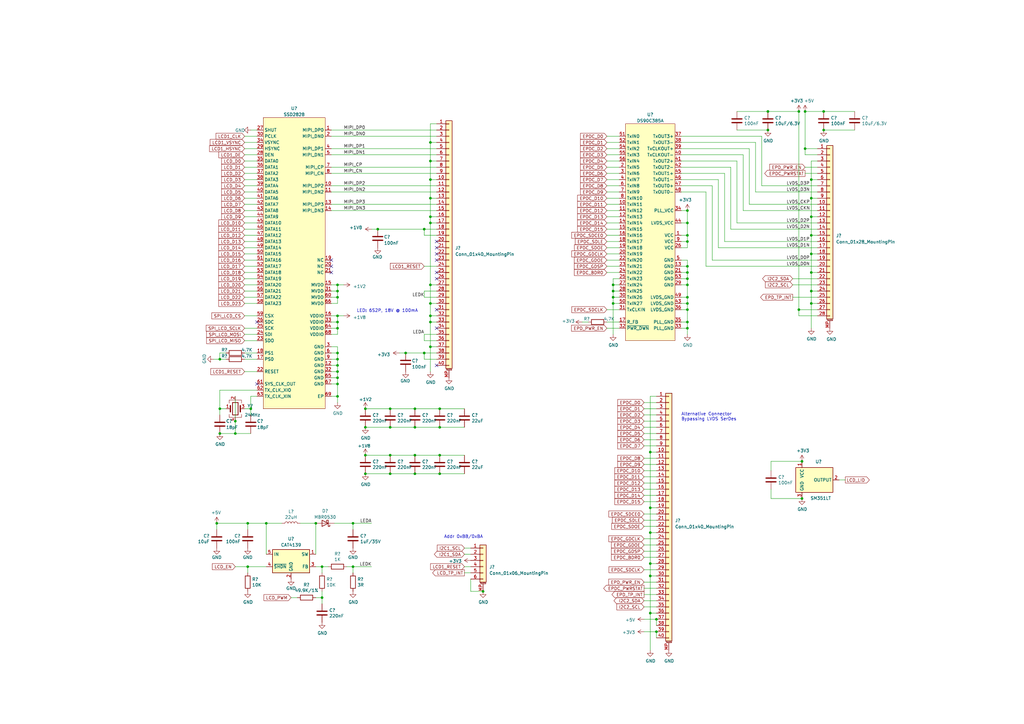
<source format=kicad_sch>
(kicad_sch (version 20210406) (generator eeschema)
  (paper "A3")
  (title_block (title "Archer") (date "2021-04-26") (rev "R0.1 draft") (company "Copyright EI-2030 2021.") (comment 2 "MERCHANTABILITY, SATISFACTORY QUALITY AND FITNESS FOR A PARTICULAR PURPOSE.") (comment 3 "source is distributed WITHOUT ANY EXPRESS OR IMPLIED WARRANTY, INCLUDING OF") (comment 4 "This source describes Open Hardware and is licensed under the CERN-OHL-S v2. This "))
  (junction (at 88.9 214.63) (diameter 0.9144))
  (junction (at 90.17 147.32) (diameter 0.9144))
  (junction (at 90.17 167.64) (diameter 0.9144))
  (junction (at 90.17 177.8) (diameter 0.9144))
  (junction (at 96.52 172.72) (diameter 0.9144))
  (junction (at 96.52 177.8) (diameter 0.9144))
  (junction (at 101.6 214.63) (diameter 0.9144))
  (junction (at 101.6 232.41) (diameter 0.9144))
  (junction (at 102.87 167.64) (diameter 0.9144))
  (junction (at 109.22 214.63) (diameter 0.9144))
  (junction (at 129.54 214.63) (diameter 0.9144))
  (junction (at 132.08 232.41) (diameter 0.9144))
  (junction (at 132.08 245.11) (diameter 0.9144))
  (junction (at 138.43 116.84) (diameter 0.9144))
  (junction (at 138.43 119.38) (diameter 0.9144))
  (junction (at 138.43 121.92) (diameter 0.9144))
  (junction (at 138.43 129.54) (diameter 0.9144))
  (junction (at 138.43 132.08) (diameter 0.9144))
  (junction (at 138.43 134.62) (diameter 0.9144))
  (junction (at 138.43 144.78) (diameter 0.9144))
  (junction (at 138.43 147.32) (diameter 0.9144))
  (junction (at 138.43 149.86) (diameter 0.9144))
  (junction (at 138.43 152.4) (diameter 0.9144))
  (junction (at 138.43 154.94) (diameter 0.9144))
  (junction (at 138.43 157.48) (diameter 0.9144))
  (junction (at 138.43 162.56) (diameter 0.9144))
  (junction (at 144.78 214.63) (diameter 0.9144))
  (junction (at 144.78 232.41) (diameter 0.9144))
  (junction (at 149.86 167.64) (diameter 0.9144))
  (junction (at 149.86 175.26) (diameter 0.9144))
  (junction (at 149.86 186.69) (diameter 0.9144))
  (junction (at 149.86 194.31) (diameter 0.9144))
  (junction (at 154.94 93.98) (diameter 0.9144))
  (junction (at 160.02 167.64) (diameter 0.9144))
  (junction (at 160.02 175.26) (diameter 0.9144))
  (junction (at 160.02 186.69) (diameter 0.9144))
  (junction (at 160.02 194.31) (diameter 0.9144))
  (junction (at 166.37 144.78) (diameter 0.9144))
  (junction (at 170.18 167.64) (diameter 0.9144))
  (junction (at 170.18 175.26) (diameter 0.9144))
  (junction (at 170.18 186.69) (diameter 0.9144))
  (junction (at 170.18 194.31) (diameter 0.9144))
  (junction (at 173.99 93.98) (diameter 0.9144))
  (junction (at 173.99 144.78) (diameter 0.9144))
  (junction (at 176.53 58.42) (diameter 0.9144))
  (junction (at 176.53 66.04) (diameter 0.9144))
  (junction (at 176.53 73.66) (diameter 0.9144))
  (junction (at 176.53 81.28) (diameter 0.9144))
  (junction (at 176.53 88.9) (diameter 0.9144))
  (junction (at 176.53 91.44) (diameter 0.9144))
  (junction (at 176.53 116.84) (diameter 0.9144))
  (junction (at 176.53 124.46) (diameter 0.9144))
  (junction (at 176.53 129.54) (diameter 0.9144))
  (junction (at 176.53 132.08) (diameter 0.9144))
  (junction (at 176.53 142.24) (diameter 0.9144))
  (junction (at 180.34 167.64) (diameter 0.9144))
  (junction (at 180.34 175.26) (diameter 0.9144))
  (junction (at 180.34 186.69) (diameter 0.9144))
  (junction (at 180.34 194.31) (diameter 0.9144))
  (junction (at 198.12 242.57) (diameter 0.9144))
  (junction (at 251.46 116.84) (diameter 0.9144))
  (junction (at 251.46 119.38) (diameter 0.9144))
  (junction (at 251.46 121.92) (diameter 0.9144))
  (junction (at 251.46 124.46) (diameter 0.9144))
  (junction (at 266.7 185.42) (diameter 0.9144))
  (junction (at 266.7 208.28) (diameter 0.9144))
  (junction (at 266.7 218.44) (diameter 0.9144))
  (junction (at 266.7 231.14) (diameter 0.9144))
  (junction (at 266.7 236.22) (diameter 0.9144))
  (junction (at 266.7 251.46) (diameter 0.9144))
  (junction (at 269.24 254) (diameter 0.9144))
  (junction (at 269.24 259.08) (diameter 0.9144))
  (junction (at 281.94 86.36) (diameter 0.9144))
  (junction (at 281.94 91.44) (diameter 0.9144))
  (junction (at 281.94 96.52) (diameter 0.9144))
  (junction (at 281.94 99.06) (diameter 0.9144))
  (junction (at 281.94 109.22) (diameter 0.9144))
  (junction (at 281.94 111.76) (diameter 0.9144))
  (junction (at 281.94 114.3) (diameter 0.9144))
  (junction (at 281.94 116.84) (diameter 0.9144))
  (junction (at 281.94 121.92) (diameter 0.9144))
  (junction (at 281.94 124.46) (diameter 0.9144))
  (junction (at 281.94 127) (diameter 0.9144))
  (junction (at 281.94 132.08) (diameter 0.9144))
  (junction (at 281.94 134.62) (diameter 0.9144))
  (junction (at 314.96 45.72) (diameter 0.9144))
  (junction (at 314.96 53.34) (diameter 0.9144))
  (junction (at 327.66 45.72) (diameter 0.9144))
  (junction (at 327.66 127) (diameter 0.9144))
  (junction (at 328.93 189.23) (diameter 0.9144))
  (junction (at 328.93 204.47) (diameter 0.9144))
  (junction (at 330.2 45.72) (diameter 0.9144))
  (junction (at 330.2 60.96) (diameter 0.9144))
  (junction (at 332.74 73.66) (diameter 0.9144))
  (junction (at 332.74 81.28) (diameter 0.9144))
  (junction (at 332.74 88.9) (diameter 0.9144))
  (junction (at 332.74 96.52) (diameter 0.9144))
  (junction (at 332.74 104.14) (diameter 0.9144))
  (junction (at 332.74 111.76) (diameter 0.9144))
  (junction (at 332.74 119.38) (diameter 0.9144))
  (junction (at 332.74 124.46) (diameter 0.9144))
  (junction (at 337.82 45.72) (diameter 0.9144))
  (junction (at 337.82 53.34) (diameter 0.9144))
  (no_connect (at 105.41 132.08))
  (no_connect (at 105.41 157.48))
  (no_connect (at 135.89 106.68))
  (no_connect (at 135.89 109.22))
  (no_connect (at 135.89 111.76))
  (no_connect (at 179.07 99.06))
  (no_connect (at 179.07 101.6))
  (no_connect (at 179.07 104.14))
  (no_connect (at 179.07 106.68))
  (no_connect (at 179.07 111.76))
  (no_connect (at 179.07 114.3))
  (no_connect (at 179.07 127))
  (no_connect (at 179.07 134.62))
  (no_connect (at 179.07 149.86))
  (wire (pts (xy 87.63 147.32) (xy 90.17 147.32)))
  (wire (pts (xy 88.9 214.63) (xy 101.6 214.63)))
  (wire (pts (xy 88.9 217.17) (xy 88.9 214.63)))
  (wire (pts (xy 90.17 144.78) (xy 90.17 147.32)))
  (wire (pts (xy 90.17 147.32) (xy 92.71 147.32)))
  (wire (pts (xy 90.17 160.02) (xy 90.17 167.64)))
  (wire (pts (xy 90.17 167.64) (xy 92.71 167.64)))
  (wire (pts (xy 90.17 170.18) (xy 90.17 167.64)))
  (wire (pts (xy 90.17 177.8) (xy 96.52 177.8)))
  (wire (pts (xy 92.71 144.78) (xy 90.17 144.78)))
  (wire (pts (xy 96.52 162.56) (xy 96.52 172.72)))
  (wire (pts (xy 96.52 172.72) (xy 96.52 177.8)))
  (wire (pts (xy 96.52 177.8) (xy 102.87 177.8)))
  (wire (pts (xy 100.33 55.88) (xy 105.41 55.88)))
  (wire (pts (xy 100.33 58.42) (xy 105.41 58.42)))
  (wire (pts (xy 100.33 60.96) (xy 105.41 60.96)))
  (wire (pts (xy 100.33 63.5) (xy 105.41 63.5)))
  (wire (pts (xy 100.33 66.04) (xy 105.41 66.04)))
  (wire (pts (xy 100.33 68.58) (xy 105.41 68.58)))
  (wire (pts (xy 100.33 71.12) (xy 105.41 71.12)))
  (wire (pts (xy 100.33 73.66) (xy 105.41 73.66)))
  (wire (pts (xy 100.33 76.2) (xy 105.41 76.2)))
  (wire (pts (xy 100.33 78.74) (xy 105.41 78.74)))
  (wire (pts (xy 100.33 81.28) (xy 105.41 81.28)))
  (wire (pts (xy 100.33 83.82) (xy 105.41 83.82)))
  (wire (pts (xy 100.33 86.36) (xy 105.41 86.36)))
  (wire (pts (xy 100.33 88.9) (xy 105.41 88.9)))
  (wire (pts (xy 100.33 91.44) (xy 105.41 91.44)))
  (wire (pts (xy 100.33 93.98) (xy 105.41 93.98)))
  (wire (pts (xy 100.33 96.52) (xy 105.41 96.52)))
  (wire (pts (xy 100.33 99.06) (xy 105.41 99.06)))
  (wire (pts (xy 100.33 101.6) (xy 105.41 101.6)))
  (wire (pts (xy 100.33 104.14) (xy 105.41 104.14)))
  (wire (pts (xy 100.33 106.68) (xy 105.41 106.68)))
  (wire (pts (xy 100.33 109.22) (xy 105.41 109.22)))
  (wire (pts (xy 100.33 111.76) (xy 105.41 111.76)))
  (wire (pts (xy 100.33 114.3) (xy 105.41 114.3)))
  (wire (pts (xy 100.33 116.84) (xy 105.41 116.84)))
  (wire (pts (xy 100.33 119.38) (xy 105.41 119.38)))
  (wire (pts (xy 100.33 121.92) (xy 105.41 121.92)))
  (wire (pts (xy 100.33 124.46) (xy 105.41 124.46)))
  (wire (pts (xy 100.33 129.54) (xy 105.41 129.54)))
  (wire (pts (xy 100.33 134.62) (xy 105.41 134.62)))
  (wire (pts (xy 100.33 137.16) (xy 105.41 137.16)))
  (wire (pts (xy 100.33 139.7) (xy 105.41 139.7)))
  (wire (pts (xy 100.33 144.78) (xy 105.41 144.78)))
  (wire (pts (xy 100.33 147.32) (xy 105.41 147.32)))
  (wire (pts (xy 100.33 152.4) (xy 105.41 152.4)))
  (wire (pts (xy 100.33 167.64) (xy 102.87 167.64)))
  (wire (pts (xy 101.6 214.63) (xy 109.22 214.63)))
  (wire (pts (xy 101.6 217.17) (xy 101.6 214.63)))
  (wire (pts (xy 101.6 232.41) (xy 96.52 232.41)))
  (wire (pts (xy 101.6 234.95) (xy 101.6 232.41)))
  (wire (pts (xy 102.87 53.34) (xy 105.41 53.34)))
  (wire (pts (xy 102.87 162.56) (xy 105.41 162.56)))
  (wire (pts (xy 102.87 167.64) (xy 102.87 162.56)))
  (wire (pts (xy 102.87 167.64) (xy 102.87 170.18)))
  (wire (pts (xy 105.41 160.02) (xy 90.17 160.02)))
  (wire (pts (xy 109.22 214.63) (xy 109.22 227.33)))
  (wire (pts (xy 109.22 214.63) (xy 115.57 214.63)))
  (wire (pts (xy 109.22 232.41) (xy 101.6 232.41)))
  (wire (pts (xy 119.38 245.11) (xy 121.92 245.11)))
  (wire (pts (xy 123.19 214.63) (xy 129.54 214.63)))
  (wire (pts (xy 129.54 214.63) (xy 129.54 227.33)))
  (wire (pts (xy 129.54 232.41) (xy 132.08 232.41)))
  (wire (pts (xy 129.54 245.11) (xy 132.08 245.11)))
  (wire (pts (xy 132.08 232.41) (xy 134.62 232.41)))
  (wire (pts (xy 132.08 234.95) (xy 132.08 232.41)))
  (wire (pts (xy 132.08 245.11) (xy 132.08 242.57)))
  (wire (pts (xy 132.08 247.65) (xy 132.08 245.11)))
  (wire (pts (xy 135.89 53.34) (xy 179.07 53.34)))
  (wire (pts (xy 135.89 55.88) (xy 179.07 55.88)))
  (wire (pts (xy 135.89 60.96) (xy 179.07 60.96)))
  (wire (pts (xy 135.89 63.5) (xy 179.07 63.5)))
  (wire (pts (xy 135.89 68.58) (xy 179.07 68.58)))
  (wire (pts (xy 135.89 71.12) (xy 179.07 71.12)))
  (wire (pts (xy 135.89 76.2) (xy 179.07 76.2)))
  (wire (pts (xy 135.89 78.74) (xy 179.07 78.74)))
  (wire (pts (xy 135.89 83.82) (xy 179.07 83.82)))
  (wire (pts (xy 135.89 86.36) (xy 179.07 86.36)))
  (wire (pts (xy 135.89 116.84) (xy 138.43 116.84)))
  (wire (pts (xy 135.89 119.38) (xy 138.43 119.38)))
  (wire (pts (xy 135.89 121.92) (xy 138.43 121.92)))
  (wire (pts (xy 135.89 124.46) (xy 138.43 124.46)))
  (wire (pts (xy 135.89 129.54) (xy 138.43 129.54)))
  (wire (pts (xy 135.89 132.08) (xy 138.43 132.08)))
  (wire (pts (xy 135.89 134.62) (xy 138.43 134.62)))
  (wire (pts (xy 135.89 137.16) (xy 138.43 137.16)))
  (wire (pts (xy 135.89 142.24) (xy 138.43 142.24)))
  (wire (pts (xy 135.89 144.78) (xy 138.43 144.78)))
  (wire (pts (xy 135.89 147.32) (xy 138.43 147.32)))
  (wire (pts (xy 135.89 149.86) (xy 138.43 149.86)))
  (wire (pts (xy 135.89 152.4) (xy 138.43 152.4)))
  (wire (pts (xy 135.89 154.94) (xy 138.43 154.94)))
  (wire (pts (xy 135.89 157.48) (xy 138.43 157.48)))
  (wire (pts (xy 135.89 162.56) (xy 138.43 162.56)))
  (wire (pts (xy 137.16 214.63) (xy 144.78 214.63)))
  (wire (pts (xy 138.43 116.84) (xy 140.97 116.84)))
  (wire (pts (xy 138.43 119.38) (xy 138.43 116.84)))
  (wire (pts (xy 138.43 121.92) (xy 138.43 119.38)))
  (wire (pts (xy 138.43 124.46) (xy 138.43 121.92)))
  (wire (pts (xy 138.43 129.54) (xy 140.97 129.54)))
  (wire (pts (xy 138.43 132.08) (xy 138.43 129.54)))
  (wire (pts (xy 138.43 134.62) (xy 138.43 132.08)))
  (wire (pts (xy 138.43 137.16) (xy 138.43 134.62)))
  (wire (pts (xy 138.43 142.24) (xy 138.43 144.78)))
  (wire (pts (xy 138.43 144.78) (xy 138.43 147.32)))
  (wire (pts (xy 138.43 147.32) (xy 138.43 149.86)))
  (wire (pts (xy 138.43 149.86) (xy 138.43 152.4)))
  (wire (pts (xy 138.43 152.4) (xy 138.43 154.94)))
  (wire (pts (xy 138.43 154.94) (xy 138.43 157.48)))
  (wire (pts (xy 138.43 157.48) (xy 138.43 162.56)))
  (wire (pts (xy 138.43 162.56) (xy 138.43 165.1)))
  (wire (pts (xy 144.78 214.63) (xy 152.4 214.63)))
  (wire (pts (xy 144.78 217.17) (xy 144.78 214.63)))
  (wire (pts (xy 144.78 232.41) (xy 142.24 232.41)))
  (wire (pts (xy 144.78 232.41) (xy 152.4 232.41)))
  (wire (pts (xy 144.78 234.95) (xy 144.78 232.41)))
  (wire (pts (xy 149.86 167.64) (xy 160.02 167.64)))
  (wire (pts (xy 149.86 186.69) (xy 160.02 186.69)))
  (wire (pts (xy 152.4 93.98) (xy 154.94 93.98)))
  (wire (pts (xy 154.94 93.98) (xy 173.99 93.98)))
  (wire (pts (xy 160.02 175.26) (xy 149.86 175.26)))
  (wire (pts (xy 160.02 194.31) (xy 149.86 194.31)))
  (wire (pts (xy 163.83 144.78) (xy 166.37 144.78)))
  (wire (pts (xy 166.37 144.78) (xy 173.99 144.78)))
  (wire (pts (xy 170.18 167.64) (xy 160.02 167.64)))
  (wire (pts (xy 170.18 175.26) (xy 160.02 175.26)))
  (wire (pts (xy 170.18 186.69) (xy 160.02 186.69)))
  (wire (pts (xy 170.18 194.31) (xy 160.02 194.31)))
  (wire (pts (xy 173.99 93.98) (xy 173.99 96.52)))
  (wire (pts (xy 173.99 93.98) (xy 179.07 93.98)))
  (wire (pts (xy 173.99 109.22) (xy 179.07 109.22)))
  (wire (pts (xy 173.99 119.38) (xy 173.99 121.92)))
  (wire (pts (xy 173.99 121.92) (xy 179.07 121.92)))
  (wire (pts (xy 173.99 137.16) (xy 179.07 137.16)))
  (wire (pts (xy 173.99 139.7) (xy 173.99 137.16)))
  (wire (pts (xy 173.99 144.78) (xy 179.07 144.78)))
  (wire (pts (xy 173.99 147.32) (xy 173.99 144.78)))
  (wire (pts (xy 176.53 50.8) (xy 176.53 58.42)))
  (wire (pts (xy 176.53 58.42) (xy 176.53 66.04)))
  (wire (pts (xy 176.53 58.42) (xy 179.07 58.42)))
  (wire (pts (xy 176.53 66.04) (xy 176.53 73.66)))
  (wire (pts (xy 176.53 66.04) (xy 179.07 66.04)))
  (wire (pts (xy 176.53 73.66) (xy 176.53 81.28)))
  (wire (pts (xy 176.53 73.66) (xy 179.07 73.66)))
  (wire (pts (xy 176.53 81.28) (xy 176.53 88.9)))
  (wire (pts (xy 176.53 81.28) (xy 179.07 81.28)))
  (wire (pts (xy 176.53 88.9) (xy 176.53 91.44)))
  (wire (pts (xy 176.53 88.9) (xy 179.07 88.9)))
  (wire (pts (xy 176.53 91.44) (xy 176.53 116.84)))
  (wire (pts (xy 176.53 91.44) (xy 179.07 91.44)))
  (wire (pts (xy 176.53 116.84) (xy 176.53 124.46)))
  (wire (pts (xy 176.53 116.84) (xy 179.07 116.84)))
  (wire (pts (xy 176.53 124.46) (xy 176.53 129.54)))
  (wire (pts (xy 176.53 124.46) (xy 179.07 124.46)))
  (wire (pts (xy 176.53 129.54) (xy 176.53 132.08)))
  (wire (pts (xy 176.53 129.54) (xy 179.07 129.54)))
  (wire (pts (xy 176.53 132.08) (xy 176.53 142.24)))
  (wire (pts (xy 176.53 132.08) (xy 179.07 132.08)))
  (wire (pts (xy 176.53 142.24) (xy 176.53 152.4)))
  (wire (pts (xy 176.53 142.24) (xy 179.07 142.24)))
  (wire (pts (xy 179.07 50.8) (xy 176.53 50.8)))
  (wire (pts (xy 179.07 96.52) (xy 173.99 96.52)))
  (wire (pts (xy 179.07 119.38) (xy 173.99 119.38)))
  (wire (pts (xy 179.07 139.7) (xy 173.99 139.7)))
  (wire (pts (xy 179.07 147.32) (xy 173.99 147.32)))
  (wire (pts (xy 180.34 167.64) (xy 170.18 167.64)))
  (wire (pts (xy 180.34 175.26) (xy 170.18 175.26)))
  (wire (pts (xy 180.34 186.69) (xy 170.18 186.69)))
  (wire (pts (xy 180.34 194.31) (xy 170.18 194.31)))
  (wire (pts (xy 190.5 167.64) (xy 180.34 167.64)))
  (wire (pts (xy 190.5 175.26) (xy 180.34 175.26)))
  (wire (pts (xy 190.5 186.69) (xy 180.34 186.69)))
  (wire (pts (xy 190.5 194.31) (xy 180.34 194.31)))
  (wire (pts (xy 190.5 224.79) (xy 193.04 224.79)))
  (wire (pts (xy 190.5 227.33) (xy 193.04 227.33)))
  (wire (pts (xy 190.5 232.41) (xy 193.04 232.41)))
  (wire (pts (xy 190.5 234.95) (xy 193.04 234.95)))
  (wire (pts (xy 193.04 237.49) (xy 193.04 242.57)))
  (wire (pts (xy 193.04 242.57) (xy 198.12 242.57)))
  (wire (pts (xy 238.76 132.08) (xy 241.3 132.08)))
  (wire (pts (xy 248.92 55.88) (xy 254 55.88)))
  (wire (pts (xy 248.92 58.42) (xy 254 58.42)))
  (wire (pts (xy 248.92 60.96) (xy 254 60.96)))
  (wire (pts (xy 248.92 63.5) (xy 254 63.5)))
  (wire (pts (xy 248.92 66.04) (xy 254 66.04)))
  (wire (pts (xy 248.92 68.58) (xy 254 68.58)))
  (wire (pts (xy 248.92 71.12) (xy 254 71.12)))
  (wire (pts (xy 248.92 73.66) (xy 254 73.66)))
  (wire (pts (xy 248.92 76.2) (xy 254 76.2)))
  (wire (pts (xy 248.92 78.74) (xy 254 78.74)))
  (wire (pts (xy 248.92 81.28) (xy 254 81.28)))
  (wire (pts (xy 248.92 83.82) (xy 254 83.82)))
  (wire (pts (xy 248.92 86.36) (xy 254 86.36)))
  (wire (pts (xy 248.92 88.9) (xy 254 88.9)))
  (wire (pts (xy 248.92 91.44) (xy 254 91.44)))
  (wire (pts (xy 248.92 93.98) (xy 254 93.98)))
  (wire (pts (xy 248.92 96.52) (xy 254 96.52)))
  (wire (pts (xy 248.92 99.06) (xy 254 99.06)))
  (wire (pts (xy 248.92 101.6) (xy 254 101.6)))
  (wire (pts (xy 248.92 104.14) (xy 254 104.14)))
  (wire (pts (xy 248.92 106.68) (xy 254 106.68)))
  (wire (pts (xy 248.92 109.22) (xy 254 109.22)))
  (wire (pts (xy 248.92 111.76) (xy 254 111.76)))
  (wire (pts (xy 248.92 127) (xy 254 127)))
  (wire (pts (xy 248.92 132.08) (xy 254 132.08)))
  (wire (pts (xy 248.92 134.62) (xy 254 134.62)))
  (wire (pts (xy 251.46 114.3) (xy 251.46 116.84)))
  (wire (pts (xy 251.46 114.3) (xy 254 114.3)))
  (wire (pts (xy 251.46 116.84) (xy 251.46 119.38)))
  (wire (pts (xy 251.46 116.84) (xy 254 116.84)))
  (wire (pts (xy 251.46 119.38) (xy 251.46 121.92)))
  (wire (pts (xy 251.46 119.38) (xy 254 119.38)))
  (wire (pts (xy 251.46 121.92) (xy 251.46 124.46)))
  (wire (pts (xy 251.46 121.92) (xy 254 121.92)))
  (wire (pts (xy 251.46 124.46) (xy 251.46 137.16)))
  (wire (pts (xy 251.46 124.46) (xy 254 124.46)))
  (wire (pts (xy 264.16 165.1) (xy 269.24 165.1)))
  (wire (pts (xy 264.16 167.64) (xy 269.24 167.64)))
  (wire (pts (xy 264.16 170.18) (xy 269.24 170.18)))
  (wire (pts (xy 264.16 172.72) (xy 269.24 172.72)))
  (wire (pts (xy 264.16 175.26) (xy 269.24 175.26)))
  (wire (pts (xy 264.16 177.8) (xy 269.24 177.8)))
  (wire (pts (xy 264.16 180.34) (xy 269.24 180.34)))
  (wire (pts (xy 264.16 182.88) (xy 269.24 182.88)))
  (wire (pts (xy 264.16 187.96) (xy 269.24 187.96)))
  (wire (pts (xy 264.16 190.5) (xy 269.24 190.5)))
  (wire (pts (xy 264.16 193.04) (xy 269.24 193.04)))
  (wire (pts (xy 264.16 195.58) (xy 269.24 195.58)))
  (wire (pts (xy 264.16 198.12) (xy 269.24 198.12)))
  (wire (pts (xy 264.16 200.66) (xy 269.24 200.66)))
  (wire (pts (xy 264.16 203.2) (xy 269.24 203.2)))
  (wire (pts (xy 264.16 205.74) (xy 269.24 205.74)))
  (wire (pts (xy 264.16 210.82) (xy 269.24 210.82)))
  (wire (pts (xy 264.16 213.36) (xy 269.24 213.36)))
  (wire (pts (xy 264.16 215.9) (xy 269.24 215.9)))
  (wire (pts (xy 264.16 220.98) (xy 269.24 220.98)))
  (wire (pts (xy 264.16 223.52) (xy 269.24 223.52)))
  (wire (pts (xy 264.16 226.06) (xy 269.24 226.06)))
  (wire (pts (xy 264.16 228.6) (xy 269.24 228.6)))
  (wire (pts (xy 264.16 233.68) (xy 269.24 233.68)))
  (wire (pts (xy 264.16 238.76) (xy 269.24 238.76)))
  (wire (pts (xy 264.16 241.3) (xy 269.24 241.3)))
  (wire (pts (xy 264.16 243.84) (xy 269.24 243.84)))
  (wire (pts (xy 264.16 246.38) (xy 269.24 246.38)))
  (wire (pts (xy 264.16 248.92) (xy 269.24 248.92)))
  (wire (pts (xy 264.16 254) (xy 269.24 254)))
  (wire (pts (xy 264.16 259.08) (xy 269.24 259.08)))
  (wire (pts (xy 266.7 162.56) (xy 269.24 162.56)))
  (wire (pts (xy 266.7 185.42) (xy 266.7 162.56)))
  (wire (pts (xy 266.7 185.42) (xy 269.24 185.42)))
  (wire (pts (xy 266.7 208.28) (xy 266.7 185.42)))
  (wire (pts (xy 266.7 208.28) (xy 269.24 208.28)))
  (wire (pts (xy 266.7 218.44) (xy 266.7 208.28)))
  (wire (pts (xy 266.7 218.44) (xy 269.24 218.44)))
  (wire (pts (xy 266.7 231.14) (xy 266.7 218.44)))
  (wire (pts (xy 266.7 231.14) (xy 269.24 231.14)))
  (wire (pts (xy 266.7 236.22) (xy 266.7 231.14)))
  (wire (pts (xy 266.7 236.22) (xy 266.7 251.46)))
  (wire (pts (xy 266.7 236.22) (xy 269.24 236.22)))
  (wire (pts (xy 266.7 251.46) (xy 266.7 266.7)))
  (wire (pts (xy 266.7 251.46) (xy 269.24 251.46)))
  (wire (pts (xy 269.24 254) (xy 269.24 256.54)))
  (wire (pts (xy 269.24 259.08) (xy 269.24 261.62)))
  (wire (pts (xy 279.4 58.42) (xy 309.88 58.42)))
  (wire (pts (xy 279.4 60.96) (xy 307.34 60.96)))
  (wire (pts (xy 279.4 66.04) (xy 302.26 66.04)))
  (wire (pts (xy 279.4 71.12) (xy 297.18 71.12)))
  (wire (pts (xy 279.4 76.2) (xy 292.1 76.2)))
  (wire (pts (xy 279.4 86.36) (xy 281.94 86.36)))
  (wire (pts (xy 279.4 91.44) (xy 281.94 91.44)))
  (wire (pts (xy 279.4 96.52) (xy 281.94 96.52)))
  (wire (pts (xy 279.4 99.06) (xy 281.94 99.06)))
  (wire (pts (xy 279.4 101.6) (xy 281.94 101.6)))
  (wire (pts (xy 279.4 106.68) (xy 281.94 106.68)))
  (wire (pts (xy 279.4 109.22) (xy 281.94 109.22)))
  (wire (pts (xy 279.4 111.76) (xy 281.94 111.76)))
  (wire (pts (xy 279.4 114.3) (xy 281.94 114.3)))
  (wire (pts (xy 279.4 116.84) (xy 281.94 116.84)))
  (wire (pts (xy 279.4 121.92) (xy 281.94 121.92)))
  (wire (pts (xy 279.4 124.46) (xy 281.94 124.46)))
  (wire (pts (xy 279.4 127) (xy 281.94 127)))
  (wire (pts (xy 279.4 132.08) (xy 281.94 132.08)))
  (wire (pts (xy 279.4 134.62) (xy 281.94 134.62)))
  (wire (pts (xy 281.94 91.44) (xy 281.94 86.36)))
  (wire (pts (xy 281.94 96.52) (xy 281.94 91.44)))
  (wire (pts (xy 281.94 99.06) (xy 281.94 96.52)))
  (wire (pts (xy 281.94 101.6) (xy 281.94 99.06)))
  (wire (pts (xy 281.94 106.68) (xy 281.94 109.22)))
  (wire (pts (xy 281.94 109.22) (xy 281.94 111.76)))
  (wire (pts (xy 281.94 111.76) (xy 281.94 114.3)))
  (wire (pts (xy 281.94 114.3) (xy 281.94 116.84)))
  (wire (pts (xy 281.94 116.84) (xy 281.94 121.92)))
  (wire (pts (xy 281.94 121.92) (xy 281.94 124.46)))
  (wire (pts (xy 281.94 124.46) (xy 281.94 127)))
  (wire (pts (xy 281.94 127) (xy 281.94 132.08)))
  (wire (pts (xy 281.94 132.08) (xy 281.94 134.62)))
  (wire (pts (xy 281.94 134.62) (xy 281.94 137.16)))
  (wire (pts (xy 289.56 78.74) (xy 279.4 78.74)))
  (wire (pts (xy 289.56 109.22) (xy 289.56 78.74)))
  (wire (pts (xy 289.56 109.22) (xy 335.28 109.22)))
  (wire (pts (xy 292.1 76.2) (xy 292.1 106.68)))
  (wire (pts (xy 292.1 106.68) (xy 335.28 106.68)))
  (wire (pts (xy 294.64 73.66) (xy 279.4 73.66)))
  (wire (pts (xy 294.64 101.6) (xy 294.64 73.66)))
  (wire (pts (xy 294.64 101.6) (xy 335.28 101.6)))
  (wire (pts (xy 297.18 71.12) (xy 297.18 99.06)))
  (wire (pts (xy 297.18 99.06) (xy 335.28 99.06)))
  (wire (pts (xy 299.72 68.58) (xy 279.4 68.58)))
  (wire (pts (xy 299.72 93.98) (xy 299.72 68.58)))
  (wire (pts (xy 299.72 93.98) (xy 335.28 93.98)))
  (wire (pts (xy 302.26 66.04) (xy 302.26 91.44)))
  (wire (pts (xy 302.26 91.44) (xy 335.28 91.44)))
  (wire (pts (xy 304.8 63.5) (xy 279.4 63.5)))
  (wire (pts (xy 304.8 86.36) (xy 304.8 63.5)))
  (wire (pts (xy 304.8 86.36) (xy 335.28 86.36)))
  (wire (pts (xy 307.34 60.96) (xy 307.34 83.82)))
  (wire (pts (xy 307.34 83.82) (xy 335.28 83.82)))
  (wire (pts (xy 309.88 58.42) (xy 309.88 78.74)))
  (wire (pts (xy 309.88 78.74) (xy 335.28 78.74)))
  (wire (pts (xy 312.42 55.88) (xy 279.4 55.88)))
  (wire (pts (xy 312.42 76.2) (xy 312.42 55.88)))
  (wire (pts (xy 312.42 76.2) (xy 335.28 76.2)))
  (wire (pts (xy 314.96 45.72) (xy 302.26 45.72)))
  (wire (pts (xy 314.96 53.34) (xy 302.26 53.34)))
  (wire (pts (xy 316.23 189.23) (xy 328.93 189.23)))
  (wire (pts (xy 316.23 193.04) (xy 316.23 189.23)))
  (wire (pts (xy 316.23 200.66) (xy 316.23 204.47)))
  (wire (pts (xy 316.23 204.47) (xy 328.93 204.47)))
  (wire (pts (xy 325.12 114.3) (xy 335.28 114.3)))
  (wire (pts (xy 325.12 116.84) (xy 335.28 116.84)))
  (wire (pts (xy 325.12 121.92) (xy 335.28 121.92)))
  (wire (pts (xy 327.66 45.72) (xy 314.96 45.72)))
  (wire (pts (xy 327.66 45.72) (xy 327.66 127)))
  (wire (pts (xy 327.66 127) (xy 327.66 129.54)))
  (wire (pts (xy 327.66 127) (xy 335.28 127)))
  (wire (pts (xy 327.66 129.54) (xy 335.28 129.54)))
  (wire (pts (xy 330.2 60.96) (xy 330.2 45.72)))
  (wire (pts (xy 330.2 63.5) (xy 330.2 60.96)))
  (wire (pts (xy 330.2 68.58) (xy 335.28 68.58)))
  (wire (pts (xy 330.2 71.12) (xy 335.28 71.12)))
  (wire (pts (xy 332.74 66.04) (xy 332.74 73.66)))
  (wire (pts (xy 332.74 73.66) (xy 332.74 81.28)))
  (wire (pts (xy 332.74 81.28) (xy 332.74 88.9)))
  (wire (pts (xy 332.74 88.9) (xy 332.74 96.52)))
  (wire (pts (xy 332.74 88.9) (xy 335.28 88.9)))
  (wire (pts (xy 332.74 96.52) (xy 332.74 104.14)))
  (wire (pts (xy 332.74 96.52) (xy 335.28 96.52)))
  (wire (pts (xy 332.74 104.14) (xy 332.74 111.76)))
  (wire (pts (xy 332.74 104.14) (xy 335.28 104.14)))
  (wire (pts (xy 332.74 111.76) (xy 332.74 119.38)))
  (wire (pts (xy 332.74 111.76) (xy 335.28 111.76)))
  (wire (pts (xy 332.74 119.38) (xy 332.74 124.46)))
  (wire (pts (xy 332.74 119.38) (xy 335.28 119.38)))
  (wire (pts (xy 332.74 124.46) (xy 332.74 134.62)))
  (wire (pts (xy 332.74 124.46) (xy 335.28 124.46)))
  (wire (pts (xy 335.28 60.96) (xy 330.2 60.96)))
  (wire (pts (xy 335.28 63.5) (xy 330.2 63.5)))
  (wire (pts (xy 335.28 66.04) (xy 332.74 66.04)))
  (wire (pts (xy 335.28 73.66) (xy 332.74 73.66)))
  (wire (pts (xy 335.28 81.28) (xy 332.74 81.28)))
  (wire (pts (xy 337.82 45.72) (xy 330.2 45.72)))
  (wire (pts (xy 346.71 196.85) (xy 344.17 196.85)))
  (wire (pts (xy 350.52 45.72) (xy 337.82 45.72)))
  (wire (pts (xy 350.52 53.34) (xy 337.82 53.34)))
  (text "LED: 6S2P, 18V @ 100mA" (at 171.45 128.27 180) (effects (font (size 1.27 1.27)) (justify right bottom)))
  (text "Addr 0xBB/0xBA" (at 198.12 220.98 180) (effects (font (size 1.27 1.27)) (justify right bottom)))
  (text "Alternative Connector\nBypassing LVDS SerDes" (at 279.4 172.72 0) (effects (font (size 1.27 1.27)) (justify left bottom)))
  (label "MIPI_DP0" (at 140.97 53.34 0))
  (label "MIPI_DN0" (at 140.97 55.88 0))
  (label "MIPI_DP1" (at 140.97 60.96 0))
  (label "MIPI_DN1" (at 140.97 63.5 0))
  (label "MIPI_CP" (at 140.97 68.58 0))
  (label "MIPI_CN" (at 140.97 71.12 0))
  (label "MIPI_DP2" (at 140.97 76.2 0))
  (label "MIPI_DN2" (at 140.97 78.74 0))
  (label "MIPI_DP3" (at 140.97 83.82 0))
  (label "MIPI_DN3" (at 140.97 86.36 0))
  (label "LEDA" (at 152.4 214.63 180))
  (label "LEDK" (at 152.4 232.41 180))
  (label "LEDK" (at 173.99 121.92 180))
  (label "LEDA" (at 173.99 137.16 180))
  (label "LVDS_D3P" (at 322.58 76.2 0))
  (label "LVDS_D3N" (at 322.58 78.74 0))
  (label "LVDS_CKP" (at 322.58 83.82 0))
  (label "LVDS_CKN" (at 322.58 86.36 0))
  (label "LVDS_D2P" (at 322.58 91.44 0))
  (label "LVDS_D2N" (at 322.58 93.98 0))
  (label "LVDS_D1P" (at 322.58 99.06 0))
  (label "LVDS_D1N" (at 322.58 101.6 0))
  (label "LVDS_D0P" (at 322.58 106.68 0))
  (label "LVDS_D0N" (at 322.58 109.22 0))
  (global_label "LCD_EN" (shape input) (at 96.52 232.41 180) (property "Intersheet References" "${INTERSHEET_REFS}" (effects hide)))
  (global_label "LCD1_CLK" (shape input) (at 100.33 55.88 180) (property "Intersheet References" "${INTERSHEET_REFS}" (effects hide)))
  (global_label "LCD1_VSYNC" (shape input) (at 100.33 58.42 180) (property "Intersheet References" "${INTERSHEET_REFS}" (effects hide)))
  (global_label "LCD1_HSYNC" (shape input) (at 100.33 60.96 180) (property "Intersheet References" "${INTERSHEET_REFS}" (effects hide)))
  (global_label "LCD1_DE" (shape input) (at 100.33 63.5 180) (property "Intersheet References" "${INTERSHEET_REFS}" (effects hide)))
  (global_label "LCD_D0" (shape input) (at 100.33 66.04 180) (property "Intersheet References" "${INTERSHEET_REFS}" (effects hide)))
  (global_label "LCD_D1" (shape input) (at 100.33 68.58 180) (property "Intersheet References" "${INTERSHEET_REFS}" (effects hide)))
  (global_label "LCD_D2" (shape input) (at 100.33 71.12 180) (property "Intersheet References" "${INTERSHEET_REFS}" (effects hide)))
  (global_label "LCD_D3" (shape input) (at 100.33 73.66 180) (property "Intersheet References" "${INTERSHEET_REFS}" (effects hide)))
  (global_label "LCD_D4" (shape input) (at 100.33 76.2 180) (property "Intersheet References" "${INTERSHEET_REFS}" (effects hide)))
  (global_label "LCD_D5" (shape input) (at 100.33 78.74 180) (property "Intersheet References" "${INTERSHEET_REFS}" (effects hide)))
  (global_label "LCD_D6" (shape input) (at 100.33 81.28 180) (property "Intersheet References" "${INTERSHEET_REFS}" (effects hide)))
  (global_label "LCD_D7" (shape input) (at 100.33 83.82 180) (property "Intersheet References" "${INTERSHEET_REFS}" (effects hide)))
  (global_label "LCD_D8" (shape input) (at 100.33 86.36 180) (property "Intersheet References" "${INTERSHEET_REFS}" (effects hide)))
  (global_label "LCD_D9" (shape input) (at 100.33 88.9 180) (property "Intersheet References" "${INTERSHEET_REFS}" (effects hide)))
  (global_label "LCD_D10" (shape input) (at 100.33 91.44 180) (property "Intersheet References" "${INTERSHEET_REFS}" (effects hide)))
  (global_label "LCD_D11" (shape input) (at 100.33 93.98 180) (property "Intersheet References" "${INTERSHEET_REFS}" (effects hide)))
  (global_label "LCD_D12" (shape input) (at 100.33 96.52 180) (property "Intersheet References" "${INTERSHEET_REFS}" (effects hide)))
  (global_label "LCD_D13" (shape input) (at 100.33 99.06 180) (property "Intersheet References" "${INTERSHEET_REFS}" (effects hide)))
  (global_label "LCD_D14" (shape input) (at 100.33 101.6 180) (property "Intersheet References" "${INTERSHEET_REFS}" (effects hide)))
  (global_label "LCD_D15" (shape input) (at 100.33 104.14 180) (property "Intersheet References" "${INTERSHEET_REFS}" (effects hide)))
  (global_label "LCD_D16" (shape input) (at 100.33 106.68 180) (property "Intersheet References" "${INTERSHEET_REFS}" (effects hide)))
  (global_label "LCD_D17" (shape input) (at 100.33 109.22 180) (property "Intersheet References" "${INTERSHEET_REFS}" (effects hide)))
  (global_label "LCD_D18" (shape input) (at 100.33 111.76 180) (property "Intersheet References" "${INTERSHEET_REFS}" (effects hide)))
  (global_label "LCD_D19" (shape input) (at 100.33 114.3 180) (property "Intersheet References" "${INTERSHEET_REFS}" (effects hide)))
  (global_label "LCD_D20" (shape input) (at 100.33 116.84 180) (property "Intersheet References" "${INTERSHEET_REFS}" (effects hide)))
  (global_label "LCD_D21" (shape input) (at 100.33 119.38 180) (property "Intersheet References" "${INTERSHEET_REFS}" (effects hide)))
  (global_label "LCD_D22" (shape input) (at 100.33 121.92 180) (property "Intersheet References" "${INTERSHEET_REFS}" (effects hide)))
  (global_label "LCD_D23" (shape input) (at 100.33 124.46 180) (property "Intersheet References" "${INTERSHEET_REFS}" (effects hide)))
  (global_label "SPI_LCD_CS" (shape input) (at 100.33 129.54 180) (property "Intersheet References" "${INTERSHEET_REFS}" (effects hide)))
  (global_label "SPI_LCD_SCLK" (shape input) (at 100.33 134.62 180) (property "Intersheet References" "${INTERSHEET_REFS}" (effects hide)))
  (global_label "SPI_LCD_MOSI" (shape input) (at 100.33 137.16 180) (property "Intersheet References" "${INTERSHEET_REFS}" (effects hide)))
  (global_label "SPI_LCD_MISO" (shape input) (at 100.33 139.7 180) (property "Intersheet References" "${INTERSHEET_REFS}" (effects hide)))
  (global_label "LCD1_RESET" (shape input) (at 100.33 152.4 180) (property "Intersheet References" "${INTERSHEET_REFS}" (effects hide)))
  (global_label "LCD_PWM" (shape input) (at 119.38 245.11 180) (property "Intersheet References" "${INTERSHEET_REFS}" (effects hide)))
  (global_label "LCD1_RESET" (shape input) (at 173.99 109.22 180) (property "Intersheet References" "${INTERSHEET_REFS}" (effects hide)))
  (global_label "I2C1_SCL" (shape input) (at 190.5 224.79 180) (property "Intersheet References" "${INTERSHEET_REFS}" (effects hide)))
  (global_label "I2C1_SDA" (shape bidirectional) (at 190.5 227.33 180) (property "Intersheet References" "${INTERSHEET_REFS}" (effects hide)))
  (global_label "LCD1_RESET" (shape input) (at 190.5 232.41 180) (property "Intersheet References" "${INTERSHEET_REFS}" (effects hide)))
  (global_label "LCD_TP_INT" (shape output) (at 190.5 234.95 180) (property "Intersheet References" "${INTERSHEET_REFS}" (effects hide)))
  (global_label "EPDC_D0" (shape input) (at 248.92 55.88 180) (property "Intersheet References" "${INTERSHEET_REFS}" (effects hide)))
  (global_label "EPDC_D1" (shape input) (at 248.92 58.42 180) (property "Intersheet References" "${INTERSHEET_REFS}" (effects hide)))
  (global_label "EPDC_D2" (shape input) (at 248.92 60.96 180) (property "Intersheet References" "${INTERSHEET_REFS}" (effects hide)))
  (global_label "EPDC_D3" (shape input) (at 248.92 63.5 180) (property "Intersheet References" "${INTERSHEET_REFS}" (effects hide)))
  (global_label "EPDC_D4" (shape input) (at 248.92 66.04 180) (property "Intersheet References" "${INTERSHEET_REFS}" (effects hide)))
  (global_label "EPDC_D5" (shape input) (at 248.92 68.58 180) (property "Intersheet References" "${INTERSHEET_REFS}" (effects hide)))
  (global_label "EPDC_D6" (shape input) (at 248.92 71.12 180) (property "Intersheet References" "${INTERSHEET_REFS}" (effects hide)))
  (global_label "EPDC_D7" (shape input) (at 248.92 73.66 180) (property "Intersheet References" "${INTERSHEET_REFS}" (effects hide)))
  (global_label "EPDC_D8" (shape input) (at 248.92 76.2 180) (property "Intersheet References" "${INTERSHEET_REFS}" (effects hide)))
  (global_label "EPDC_D9" (shape input) (at 248.92 78.74 180) (property "Intersheet References" "${INTERSHEET_REFS}" (effects hide)))
  (global_label "EPDC_D10" (shape input) (at 248.92 81.28 180) (property "Intersheet References" "${INTERSHEET_REFS}" (effects hide)))
  (global_label "EPDC_D11" (shape input) (at 248.92 83.82 180) (property "Intersheet References" "${INTERSHEET_REFS}" (effects hide)))
  (global_label "EPDC_D12" (shape input) (at 248.92 86.36 180) (property "Intersheet References" "${INTERSHEET_REFS}" (effects hide)))
  (global_label "EPDC_D13" (shape input) (at 248.92 88.9 180) (property "Intersheet References" "${INTERSHEET_REFS}" (effects hide)))
  (global_label "EPDC_D14" (shape input) (at 248.92 91.44 180) (property "Intersheet References" "${INTERSHEET_REFS}" (effects hide)))
  (global_label "EPDC_D15" (shape input) (at 248.92 93.98 180) (property "Intersheet References" "${INTERSHEET_REFS}" (effects hide)))
  (global_label "EPDC_SDCE0" (shape input) (at 248.92 96.52 180) (property "Intersheet References" "${INTERSHEET_REFS}" (effects hide)))
  (global_label "EPDC_SDLE" (shape input) (at 248.92 99.06 180) (property "Intersheet References" "${INTERSHEET_REFS}" (effects hide)))
  (global_label "EPDC_SDOE" (shape input) (at 248.92 101.6 180) (property "Intersheet References" "${INTERSHEET_REFS}" (effects hide)))
  (global_label "EPDC_GDCLK" (shape input) (at 248.92 104.14 180) (property "Intersheet References" "${INTERSHEET_REFS}" (effects hide)))
  (global_label "EPDC_GDOE" (shape input) (at 248.92 106.68 180) (property "Intersheet References" "${INTERSHEET_REFS}" (effects hide)))
  (global_label "EPDC_GDSP" (shape input) (at 248.92 109.22 180) (property "Intersheet References" "${INTERSHEET_REFS}" (effects hide)))
  (global_label "EPDC_BDR0" (shape input) (at 248.92 111.76 180) (property "Intersheet References" "${INTERSHEET_REFS}" (effects hide)))
  (global_label "EPDC_SDCLK" (shape input) (at 248.92 127 180) (property "Intersheet References" "${INTERSHEET_REFS}" (effects hide)))
  (global_label "EPD_PWR_EN" (shape input) (at 248.92 134.62 180) (property "Intersheet References" "${INTERSHEET_REFS}" (effects hide)))
  (global_label "EPDC_D0" (shape input) (at 264.16 165.1 180) (property "Intersheet References" "${INTERSHEET_REFS}" (effects hide)))
  (global_label "EPDC_D1" (shape input) (at 264.16 167.64 180) (property "Intersheet References" "${INTERSHEET_REFS}" (effects hide)))
  (global_label "EPDC_D2" (shape input) (at 264.16 170.18 180) (property "Intersheet References" "${INTERSHEET_REFS}" (effects hide)))
  (global_label "EPDC_D3" (shape input) (at 264.16 172.72 180) (property "Intersheet References" "${INTERSHEET_REFS}" (effects hide)))
  (global_label "EPDC_D4" (shape input) (at 264.16 175.26 180) (property "Intersheet References" "${INTERSHEET_REFS}" (effects hide)))
  (global_label "EPDC_D5" (shape input) (at 264.16 177.8 180) (property "Intersheet References" "${INTERSHEET_REFS}" (effects hide)))
  (global_label "EPDC_D6" (shape input) (at 264.16 180.34 180) (property "Intersheet References" "${INTERSHEET_REFS}" (effects hide)))
  (global_label "EPDC_D7" (shape input) (at 264.16 182.88 180) (property "Intersheet References" "${INTERSHEET_REFS}" (effects hide)))
  (global_label "EPDC_D8" (shape input) (at 264.16 187.96 180) (property "Intersheet References" "${INTERSHEET_REFS}" (effects hide)))
  (global_label "EPDC_D9" (shape input) (at 264.16 190.5 180) (property "Intersheet References" "${INTERSHEET_REFS}" (effects hide)))
  (global_label "EPDC_D10" (shape input) (at 264.16 193.04 180) (property "Intersheet References" "${INTERSHEET_REFS}" (effects hide)))
  (global_label "EPDC_D11" (shape input) (at 264.16 195.58 180) (property "Intersheet References" "${INTERSHEET_REFS}" (effects hide)))
  (global_label "EPDC_D12" (shape input) (at 264.16 198.12 180) (property "Intersheet References" "${INTERSHEET_REFS}" (effects hide)))
  (global_label "EPDC_D13" (shape input) (at 264.16 200.66 180) (property "Intersheet References" "${INTERSHEET_REFS}" (effects hide)))
  (global_label "EPDC_D14" (shape input) (at 264.16 203.2 180) (property "Intersheet References" "${INTERSHEET_REFS}" (effects hide)))
  (global_label "EPDC_D15" (shape input) (at 264.16 205.74 180) (property "Intersheet References" "${INTERSHEET_REFS}" (effects hide)))
  (global_label "EPDC_SDCE0" (shape input) (at 264.16 210.82 180) (property "Intersheet References" "${INTERSHEET_REFS}" (effects hide)))
  (global_label "EPDC_SDLE" (shape input) (at 264.16 213.36 180) (property "Intersheet References" "${INTERSHEET_REFS}" (effects hide)))
  (global_label "EPDC_SDOE" (shape input) (at 264.16 215.9 180) (property "Intersheet References" "${INTERSHEET_REFS}" (effects hide)))
  (global_label "EPDC_GDCLK" (shape input) (at 264.16 220.98 180) (property "Intersheet References" "${INTERSHEET_REFS}" (effects hide)))
  (global_label "EPDC_GDOE" (shape input) (at 264.16 223.52 180) (property "Intersheet References" "${INTERSHEET_REFS}" (effects hide)))
  (global_label "EPDC_GDSP" (shape input) (at 264.16 226.06 180) (property "Intersheet References" "${INTERSHEET_REFS}" (effects hide)))
  (global_label "EPDC_BDR0" (shape input) (at 264.16 228.6 180) (property "Intersheet References" "${INTERSHEET_REFS}" (effects hide)))
  (global_label "EPDC_SDCLK" (shape input) (at 264.16 233.68 180) (property "Intersheet References" "${INTERSHEET_REFS}" (effects hide)))
  (global_label "EPD_PWR_EN" (shape input) (at 264.16 238.76 180) (property "Intersheet References" "${INTERSHEET_REFS}" (effects hide)))
  (global_label "EPDC_PWRSTAT" (shape output) (at 264.16 241.3 180) (property "Intersheet References" "${INTERSHEET_REFS}" (effects hide)))
  (global_label "EPD_TP_INT" (shape output) (at 264.16 243.84 180) (property "Intersheet References" "${INTERSHEET_REFS}" (effects hide)))
  (global_label "I2C2_SDA" (shape bidirectional) (at 264.16 246.38 180) (property "Intersheet References" "${INTERSHEET_REFS}" (effects hide)))
  (global_label "I2C2_SCL" (shape input) (at 264.16 248.92 180) (property "Intersheet References" "${INTERSHEET_REFS}" (effects hide)))
  (global_label "I2C2_SDA" (shape bidirectional) (at 325.12 114.3 180) (property "Intersheet References" "${INTERSHEET_REFS}" (effects hide)))
  (global_label "I2C2_SCL" (shape input) (at 325.12 116.84 180) (property "Intersheet References" "${INTERSHEET_REFS}" (effects hide)))
  (global_label "EPD_TP_INT" (shape output) (at 325.12 121.92 180) (property "Intersheet References" "${INTERSHEET_REFS}" (effects hide)))
  (global_label "EPD_PWR_EN" (shape input) (at 330.2 68.58 180) (property "Intersheet References" "${INTERSHEET_REFS}" (effects hide)))
  (global_label "EPDC_PWRSTAT" (shape output) (at 330.2 71.12 180) (property "Intersheet References" "${INTERSHEET_REFS}" (effects hide)))
  (global_label "LCD_LID" (shape output) (at 346.71 196.85 0) (property "Intersheet References" "${INTERSHEET_REFS}" (effects hide)))
  (symbol (lib_id "power:+5V") (at 88.9 214.63 0) (unit 1)
    (property "Reference" "#PWR?" (effects hide))
    (property "Value" "+5V" (at 88.646 210.2358 0))
  )
  (symbol (lib_id "power:+1V2") (at 140.97 116.84 270) (unit 1)
    (property "Reference" "#PWR?" (effects hide))
    (property "Value" "+1V2" (at 144.78 117.4749 90) (effects (justify left)))
  )
  (symbol (lib_id "power:+1V8") (at 140.97 129.54 270) (unit 1)
    (property "Reference" "#PWR?" (effects hide))
    (property "Value" "+1V8" (at 144.78 130.1751 90) (effects (justify left)))
  )
  (symbol (lib_id "power:+1V2") (at 149.86 167.64 0) (unit 1)
    (property "Reference" "#PWR?" (effects hide))
    (property "Value" "+1V2" (at 149.86 163.83 0))
  )
  (symbol (lib_id "power:+1V8") (at 149.86 186.69 0) (unit 1)
    (property "Reference" "#PWR?" (effects hide))
    (property "Value" "+1V8" (at 146.6851 182.88 0) (effects (justify left)))
  )
  (symbol (lib_id "power:+1V8") (at 152.4 93.98 90) (unit 1)
    (property "Reference" "#PWR?" (effects hide))
    (property "Value" "+1V8" (at 148.59 93.3449 90) (effects (justify left)))
  )
  (symbol (lib_id "power:+3V3") (at 163.83 144.78 90) (unit 1)
    (property "Reference" "#PWR?" (effects hide))
    (property "Value" "+3V3" (at 160.02 145.4149 90) (effects (justify left)))
  )
  (symbol (lib_id "power:+3V3") (at 193.04 229.87 90) (unit 1)
    (property "Reference" "#PWR?" (effects hide))
    (property "Value" "+3V3" (at 186.7408 230.124 90))
  )
  (symbol (lib_id "power:+3V3") (at 238.76 132.08 90) (unit 1)
    (property "Reference" "#PWR?" (effects hide))
    (property "Value" "+3V3" (at 233.0958 131.699 90))
  )
  (symbol (lib_id "power:+5V") (at 264.16 254 90) (unit 1)
    (property "Reference" "#PWR?" (effects hide))
    (property "Value" "+5V" (at 258.4958 254.254 90))
  )
  (symbol (lib_id "power:+3V3") (at 264.16 259.08 90) (unit 1)
    (property "Reference" "#PWR?" (effects hide))
    (property "Value" "+3V3" (at 257.8608 259.334 90))
  )
  (symbol (lib_id "power:+3V3") (at 281.94 86.36 0) (unit 1)
    (property "Reference" "#PWR?" (effects hide))
    (property "Value" "+3V3" (at 281.051 81.9658 0))
  )
  (symbol (lib_id "power:+3V3") (at 327.66 45.72 0) (unit 1)
    (property "Reference" "#PWR?" (effects hide))
    (property "Value" "+3V3" (at 326.771 41.3258 0))
  )
  (symbol (lib_id "power:+3V3") (at 328.93 189.23 0) (unit 1)
    (property "Reference" "#PWR?" (effects hide))
    (property "Value" "+3V3" (at 329.311 184.8358 0))
  )
  (symbol (lib_id "power:+5V") (at 330.2 45.72 0) (unit 1)
    (property "Reference" "#PWR?" (effects hide))
    (property "Value" "+5V" (at 331.851 41.3258 0))
  )
  (symbol (lib_id "power:GND") (at 87.63 147.32 270) (unit 1)
    (property "Reference" "#PWR?" (effects hide))
    (property "Value" "GND" (at 83.82 149.2249 0) (effects (justify right)))
  )
  (symbol (lib_id "power:GND") (at 88.9 224.79 0) (mirror y) (unit 1)
    (property "Reference" "#PWR?" (effects hide))
    (property "Value" "GND" (at 88.9 228.6 0))
  )
  (symbol (lib_id "power:GND") (at 90.17 177.8 0) (unit 1)
    (property "Reference" "#PWR?" (effects hide))
    (property "Value" "GND" (at 90.297 182.1942 0))
  )
  (symbol (lib_id "power:GND") (at 101.6 224.79 0) (mirror y) (unit 1)
    (property "Reference" "#PWR?" (effects hide))
    (property "Value" "GND" (at 101.6 228.6 0))
  )
  (symbol (lib_id "power:GND") (at 101.6 242.57 0) (unit 1)
    (property "Reference" "#PWR?" (effects hide))
    (property "Value" "GND" (at 101.727 246.9642 0))
  )
  (symbol (lib_id "power:GND") (at 102.87 53.34 270) (unit 1)
    (property "Reference" "#PWR?" (effects hide))
    (property "Value" "GND" (at 98.4758 53.467 90))
  )
  (symbol (lib_id "power:GND") (at 119.38 237.49 0) (unit 1)
    (property "Reference" "#PWR?" (effects hide))
    (property "Value" "GND" (at 119.38 241.3 0))
  )
  (symbol (lib_id "power:GND") (at 132.08 255.27 0) (unit 1)
    (property "Reference" "#PWR?" (effects hide))
    (property "Value" "GND" (at 132.207 259.6642 0))
  )
  (symbol (lib_id "power:GND") (at 138.43 165.1 0) (unit 1)
    (property "Reference" "#PWR?" (effects hide))
    (property "Value" "GND" (at 138.557 169.4942 0))
  )
  (symbol (lib_id "power:GND") (at 144.78 224.79 0) (unit 1)
    (property "Reference" "#PWR?" (effects hide))
    (property "Value" "GND" (at 144.78 228.6 0))
  )
  (symbol (lib_id "power:GND") (at 144.78 242.57 0) (unit 1)
    (property "Reference" "#PWR?" (effects hide))
    (property "Value" "GND" (at 144.907 246.9642 0))
  )
  (symbol (lib_id "power:GND") (at 149.86 175.26 0) (unit 1)
    (property "Reference" "#PWR?" (effects hide))
    (property "Value" "GND" (at 149.987 179.6542 0))
  )
  (symbol (lib_id "power:GND") (at 149.86 194.31 0) (unit 1)
    (property "Reference" "#PWR?" (effects hide))
    (property "Value" "GND" (at 149.987 198.7042 0))
  )
  (symbol (lib_id "power:GND") (at 154.94 101.6 0) (unit 1)
    (property "Reference" "#PWR?" (effects hide))
    (property "Value" "GND" (at 156.8449 105.41 0) (effects (justify right)))
  )
  (symbol (lib_id "power:GND") (at 166.37 152.4 0) (unit 1)
    (property "Reference" "#PWR?" (effects hide))
    (property "Value" "GND" (at 168.2749 156.21 0) (effects (justify right)))
  )
  (symbol (lib_id "power:GND") (at 176.53 152.4 0) (unit 1)
    (property "Reference" "#PWR?" (effects hide))
    (property "Value" "GND" (at 176.657 156.7942 0))
  )
  (symbol (lib_id "power:GND") (at 184.15 154.94 0) (unit 1)
    (property "Reference" "#PWR?" (effects hide))
    (property "Value" "GND" (at 184.277 159.3342 0))
  )
  (symbol (lib_id "power:GND") (at 198.12 242.57 0) (unit 1)
    (property "Reference" "#PWR?" (effects hide))
    (property "Value" "GND" (at 198.247 246.9642 0))
  )
  (symbol (lib_id "power:GND") (at 251.46 137.16 0) (unit 1)
    (property "Reference" "#PWR?" (effects hide))
    (property "Value" "GND" (at 251.587 141.5542 0))
  )
  (symbol (lib_id "power:GND") (at 266.7 266.7 0) (unit 1)
    (property "Reference" "#PWR?" (effects hide))
    (property "Value" "GND" (at 266.827 271.0942 0))
  )
  (symbol (lib_id "power:GND") (at 274.32 266.7 0) (unit 1)
    (property "Reference" "#PWR?" (effects hide))
    (property "Value" "GND" (at 274.447 271.0942 0))
  )
  (symbol (lib_id "power:GND") (at 281.94 137.16 0) (unit 1)
    (property "Reference" "#PWR?" (effects hide))
    (property "Value" "GND" (at 282.067 141.5542 0))
  )
  (symbol (lib_id "power:GND") (at 314.96 53.34 0) (unit 1)
    (property "Reference" "#PWR?" (effects hide))
    (property "Value" "GND" (at 315.087 57.7342 0))
  )
  (symbol (lib_id "power:GND") (at 328.93 204.47 0) (unit 1)
    (property "Reference" "#PWR?" (effects hide))
    (property "Value" "GND" (at 329.057 208.8642 0))
  )
  (symbol (lib_id "power:GND") (at 332.74 134.62 0) (unit 1)
    (property "Reference" "#PWR?" (effects hide))
    (property "Value" "GND" (at 332.867 139.0142 0))
  )
  (symbol (lib_id "power:GND") (at 337.82 53.34 0) (unit 1)
    (property "Reference" "#PWR?" (effects hide))
    (property "Value" "GND" (at 337.947 57.7342 0))
  )
  (symbol (lib_id "power:GND") (at 340.36 134.62 0) (mirror y) (unit 1)
    (property "Reference" "#PWR?" (effects hide))
    (property "Value" "GND" (at 338.963 139.1412 0) (effects (justify right)))
  )
  (symbol (lib_id "Device:L") (at 119.38 214.63 90) (unit 1)
    (property "Reference" "L?" (at 119.38 209.804 90))
    (property "Value" "22uH" (at 119.38 212.1154 90))
    (property "Footprint" "Inductor_SMD:L_Vishay_IHLP-1212" (effects hide))
  )
  (symbol (lib_id "Device:R") (at 96.52 144.78 90) (unit 1)
    (property "Reference" "R?" (at 93.3449 143.51 90) (effects (justify left)))
    (property "Value" "4.7K" (at 103.5049 143.51 90) (effects (justify left)))
    (property "Footprint" "Resistor_SMD:R_0402_1005Metric" (effects hide))
  )
  (symbol (lib_id "Device:R") (at 96.52 147.32 90) (unit 1)
    (property "Reference" "R?" (at 93.3449 146.05 90) (effects (justify left)))
    (property "Value" "4.7K" (at 103.5049 146.05 90) (effects (justify left)))
    (property "Footprint" "Resistor_SMD:R_0402_1005Metric" (effects hide))
  )
  (symbol (lib_id "Device:R") (at 101.6 238.76 0) (unit 1)
    (property "Reference" "R?" (at 103.378 237.5916 0) (effects (justify left)))
    (property "Value" "10K" (at 103.378 239.903 0) (effects (justify left)))
    (property "Footprint" "Resistor_SMD:R_0402_1005Metric" (effects hide))
  )
  (symbol (lib_id "Device:R") (at 125.73 245.11 270) (unit 1)
    (property "Reference" "R?" (at 125.73 239.8522 90))
    (property "Value" "49.9K/1%" (at 125.73 242.1636 90))
    (property "Footprint" "Resistor_SMD:R_0402_1005Metric" (effects hide))
  )
  (symbol (lib_id "Device:R") (at 132.08 238.76 0) (unit 1)
    (property "Reference" "R?" (at 133.858 237.5916 0) (effects (justify left)))
    (property "Value" "10K" (at 133.858 239.903 0) (effects (justify left)))
    (property "Footprint" "Resistor_SMD:R_0402_1005Metric" (effects hide))
  )
  (symbol (lib_id "Device:R") (at 138.43 232.41 270) (unit 1)
    (property "Reference" "R?" (at 138.43 227.1522 90))
    (property "Value" "1K" (at 138.43 229.4636 90))
    (property "Footprint" "Resistor_SMD:R_0402_1005Metric" (effects hide))
  )
  (symbol (lib_id "Device:R") (at 144.78 238.76 0) (unit 1)
    (property "Reference" "R?" (at 146.558 237.5916 0) (effects (justify left)))
    (property "Value" "3R" (at 146.558 239.903 0) (effects (justify left)))
    (property "Footprint" "Resistor_SMD:R_0402_1005Metric" (effects hide))
  )
  (symbol (lib_id "Device:R") (at 245.11 132.08 90) (unit 1)
    (property "Reference" "R?" (at 241.9349 130.81 90) (effects (justify left)))
    (property "Value" "4.7K" (at 252.0949 130.81 90) (effects (justify left)))
    (property "Footprint" "Resistor_SMD:R_0402_1005Metric" (effects hide))
  )
  (symbol (lib_id "Diode:MBR0530") (at 133.35 214.63 180) (unit 1)
    (property "Reference" "D?" (at 133.35 209.55 0))
    (property "Value" "MBR0530" (at 133.35 212.09 0))
    (property "Footprint" "Diode_SMD:D_SOD-123" (effects hide))
    (property "Datasheet" "http://www.mccsemi.com/up_pdf/MBR0520~MBR0580(SOD123).pdf" (effects hide))
  )
  (symbol (lib_id "Device:C") (at 88.9 220.98 0) (mirror x) (unit 1)
    (property "Reference" "C?" (at 85.979 219.8116 0) (effects (justify right)))
    (property "Value" "10uF" (at 85.979 222.123 0) (effects (justify right)))
    (property "Footprint" "Capacitor_SMD:C_0603_1608Metric" (effects hide))
  )
  (symbol (lib_id "Device:C") (at 90.17 173.99 0) (mirror x) (unit 1)
    (property "Reference" "C?" (at 92.71 172.72 0) (effects (justify left)))
    (property "Value" "18pF" (at 92.71 175.26 0) (effects (justify left)))
    (property "Footprint" "Capacitor_SMD:C_0603_1608Metric" (effects hide))
  )
  (symbol (lib_id "Device:C") (at 101.6 220.98 0) (mirror x) (unit 1)
    (property "Reference" "C?" (at 98.679 219.8116 0) (effects (justify right)))
    (property "Value" "100nF" (at 98.679 222.123 0) (effects (justify right)))
    (property "Footprint" "Capacitor_SMD:C_0402_1005Metric" (effects hide))
  )
  (symbol (lib_id "Device:C") (at 102.87 173.99 0) (mirror x) (unit 1)
    (property "Reference" "C?" (at 105.41 172.72 0) (effects (justify left)))
    (property "Value" "18pF" (at 105.41 175.26 0) (effects (justify left)))
    (property "Footprint" "Capacitor_SMD:C_0603_1608Metric" (effects hide))
  )
  (symbol (lib_id "Device:C") (at 132.08 251.46 180) (unit 1)
    (property "Reference" "C?" (at 135.001 250.2916 0) (effects (justify right)))
    (property "Value" "220nF" (at 135.001 252.603 0) (effects (justify right)))
    (property "Footprint" "Capacitor_SMD:C_0402_1005Metric" (effects hide))
  )
  (symbol (lib_id "Device:C") (at 144.78 220.98 180) (unit 1)
    (property "Reference" "C?" (at 147.701 219.8116 0) (effects (justify right)))
    (property "Value" "1uF/35V" (at 147.701 222.123 0) (effects (justify right)))
    (property "Footprint" "Capacitor_SMD:C_0603_1608Metric" (effects hide))
  )
  (symbol (lib_id "Device:C") (at 149.86 171.45 0) (unit 1)
    (property "Reference" "C?" (at 152.781 170.2816 0) (effects (justify left)))
    (property "Value" "220nF" (at 152.781 172.593 0) (effects (justify left)))
    (property "Footprint" "Capacitor_SMD:C_0402_1005Metric" (effects hide))
  )
  (symbol (lib_id "Device:C") (at 149.86 190.5 0) (unit 1)
    (property "Reference" "C?" (at 152.781 189.3316 0) (effects (justify left)))
    (property "Value" "220nF" (at 152.781 191.643 0) (effects (justify left)))
    (property "Footprint" "Capacitor_SMD:C_0402_1005Metric" (effects hide))
  )
  (symbol (lib_id "Device:C") (at 154.94 97.79 0) (unit 1)
    (property "Reference" "C?" (at 157.48 97.1549 0) (effects (justify left)))
    (property "Value" "100nF" (at 157.48 99.6949 0) (effects (justify left)))
  )
  (symbol (lib_id "Device:C") (at 160.02 171.45 0) (unit 1)
    (property "Reference" "C?" (at 162.941 170.2816 0) (effects (justify left)))
    (property "Value" "220nF" (at 162.941 172.593 0) (effects (justify left)))
    (property "Footprint" "Capacitor_SMD:C_0402_1005Metric" (effects hide))
  )
  (symbol (lib_id "Device:C") (at 160.02 190.5 0) (unit 1)
    (property "Reference" "C?" (at 162.941 189.3316 0) (effects (justify left)))
    (property "Value" "220nF" (at 162.941 191.643 0) (effects (justify left)))
    (property "Footprint" "Capacitor_SMD:C_0402_1005Metric" (effects hide))
  )
  (symbol (lib_id "Device:C") (at 166.37 148.59 0) (unit 1)
    (property "Reference" "C?" (at 168.91 147.9549 0) (effects (justify left)))
    (property "Value" "100nF" (at 168.91 150.4949 0) (effects (justify left)))
  )
  (symbol (lib_id "Device:C") (at 170.18 171.45 0) (unit 1)
    (property "Reference" "C?" (at 173.101 170.2816 0) (effects (justify left)))
    (property "Value" "220nF" (at 173.101 172.593 0) (effects (justify left)))
    (property "Footprint" "Capacitor_SMD:C_0402_1005Metric" (effects hide))
  )
  (symbol (lib_id "Device:C") (at 170.18 190.5 0) (unit 1)
    (property "Reference" "C?" (at 173.101 189.3316 0) (effects (justify left)))
    (property "Value" "220nF" (at 173.101 191.643 0) (effects (justify left)))
    (property "Footprint" "Capacitor_SMD:C_0402_1005Metric" (effects hide))
  )
  (symbol (lib_id "Device:C") (at 180.34 171.45 0) (unit 1)
    (property "Reference" "C?" (at 183.261 170.2816 0) (effects (justify left)))
    (property "Value" "220nF" (at 183.261 172.593 0) (effects (justify left)))
    (property "Footprint" "Capacitor_SMD:C_0402_1005Metric" (effects hide))
  )
  (symbol (lib_id "Device:C") (at 180.34 190.5 0) (unit 1)
    (property "Reference" "C?" (at 183.261 189.3316 0) (effects (justify left)))
    (property "Value" "220nF" (at 183.261 191.643 0) (effects (justify left)))
    (property "Footprint" "Capacitor_SMD:C_0402_1005Metric" (effects hide))
  )
  (symbol (lib_id "Device:C") (at 190.5 171.45 0) (unit 1)
    (property "Reference" "C?" (at 193.421 170.2816 0) (effects (justify left)))
    (property "Value" "22uF" (at 193.421 172.593 0) (effects (justify left)))
    (property "Footprint" "Capacitor_SMD:C_0603_1608Metric" (effects hide))
  )
  (symbol (lib_id "Device:C") (at 190.5 190.5 0) (unit 1)
    (property "Reference" "C?" (at 193.421 189.3316 0) (effects (justify left)))
    (property "Value" "22uF" (at 193.421 191.643 0) (effects (justify left)))
    (property "Footprint" "Capacitor_SMD:C_0603_1608Metric" (effects hide))
  )
  (symbol (lib_id "Device:C") (at 302.26 49.53 0) (unit 1)
    (property "Reference" "C?" (at 305.181 48.3616 0) (effects (justify left)))
    (property "Value" "100nF" (at 305.181 50.673 0) (effects (justify left)))
  )
  (symbol (lib_id "Device:C") (at 314.96 49.53 0) (unit 1)
    (property "Reference" "C?" (at 317.881 48.3616 0) (effects (justify left)))
    (property "Value" "10uF/6.3V" (at 317.881 50.673 0) (effects (justify left)))
  )
  (symbol (lib_id "Device:C") (at 316.23 196.85 0) (unit 1)
    (property "Reference" "C?" (at 319.151 195.6816 0) (effects (justify left)))
    (property "Value" "100nF" (at 319.151 197.993 0) (effects (justify left)))
  )
  (symbol (lib_id "Device:C") (at 337.82 49.53 0) (unit 1)
    (property "Reference" "C?" (at 340.741 48.3616 0) (effects (justify left)))
    (property "Value" "100nF" (at 340.741 50.673 0) (effects (justify left)))
  )
  (symbol (lib_id "Device:C") (at 350.52 49.53 0) (unit 1)
    (property "Reference" "C?" (at 353.441 48.3616 0) (effects (justify left)))
    (property "Value" "10uF/6.3V" (at 353.441 50.673 0) (effects (justify left)))
  )
  (symbol (lib_id "Device:Crystal_GND24") (at 96.52 167.64 0) (unit 1)
    (property "Reference" "Y?" (at 101.4476 166.4716 0) (effects (justify left)))
    (property "Value" "24MHz" (at 100.33 170.18 0) (effects (justify left)))
    (property "Footprint" "Crystal:Crystal_SMD_3225-4Pin_3.2x2.5mm" (effects hide))
  )
  (symbol (lib_id "Connector_Generic_MountingPin:Conn_01x06_MountingPin") (at 198.12 229.87 0) (unit 1)
    (property "Reference" "J?" (at 200.66 232.5369 0) (effects (justify left)))
    (property "Value" "Conn_01x06_MountingPin" (at 200.66 235.0769 0) (effects (justify left)))
  )
  (symbol (lib_id "Regulator_Switching:AP3012") (at 119.38 229.87 0) (unit 1)
    (property "Reference" "U?" (at 119.38 220.98 0))
    (property "Value" "CAT4139" (at 119.38 223.52 0))
    (property "Footprint" "Package_TO_SOT_SMD:SOT-23-5" (effects hide))
    (property "Datasheet" "https://www.onsemi.com/pdf/datasheet/cat4139-d.pdf" (effects hide))
  )
  (symbol (lib_id "Sensor_Magnetic:SM351LT") (at 334.01 196.85 0) (unit 1)
    (property "Reference" "U?" (at 337.058 189.3316 0) (effects (justify right)))
    (property "Value" "SM351LT" (at 340.868 204.343 0) (effects (justify right)))
    (property "Footprint" "Package_TO_SOT_SMD:SOT-23" (effects hide))
    (property "Datasheet" "https://sensing.honeywell.com/honeywell-sensing-nanopower-series-product-sheet-50095501-a-en.pdf" (effects hide))
  )
  (symbol (lib_id "Connector_Generic_MountingPin:Conn_01x28_MountingPin") (at 340.36 93.98 0) (unit 1)
    (property "Reference" "J?" (at 342.9 96.6469 0) (effects (justify left)))
    (property "Value" "Conn_01x28_MountingPin" (at 342.9 99.1869 0) (effects (justify left)))
  )
  (symbol (lib_id "Connector_Generic_MountingPin:Conn_01x40_MountingPin") (at 184.15 99.06 0) (unit 1)
    (property "Reference" "J?" (at 186.69 101.7269 0) (effects (justify left)))
    (property "Value" "Conn_01x40_MountingPin" (at 186.69 104.2669 0) (effects (justify left)))
  )
  (symbol (lib_id "Connector_Generic_MountingPin:Conn_01x40_MountingPin") (at 274.32 210.82 0) (unit 1)
    (property "Reference" "J?" (at 276.86 213.4869 0) (effects (justify left)))
    (property "Value" "Conn_01x40_MountingPin" (at 276.86 216.0269 0) (effects (justify left)))
  )
  (symbol (lib_id "symbols:DS90C385A") (at 266.7 45.72 0) (unit 1)
    (property "Reference" "U?" (at 266.7 46.99 0))
    (property "Value" "DS90C385A" (at 266.7 49.53 0))
    (property "Footprint" "Package_SO:TSSOP-56_6.1x14mm_P0.5mm" (effects hide))
    (property "Datasheet" "https://www.ti.com/lit/ds/symlink/ds90c385a.pdf" (effects hide))
  )
  (symbol (lib_id "symbols:SSD2828") (at 120.65 43.18 0) (unit 1)
    (property "Reference" "U?" (at 120.65 44.45 0))
    (property "Value" "SSD2828" (at 120.65 46.99 0))
    (property "Footprint" "Package_DFN_QFN:QFN-68-1EP_8x8mm_P0.4mm_EP5.2x5.2mm_ThermalVias" (effects hide))
    (property "Datasheet" "https://datasheet.lcsc.com/szlcsc/SSD2828QN4_C48596.pdf" (effects hide))
  )
)
</source>
